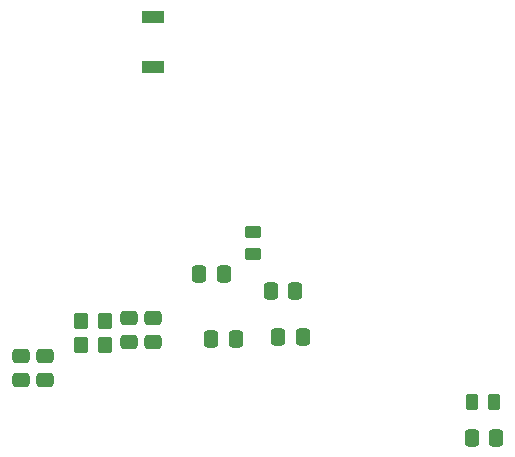
<source format=gbr>
%TF.GenerationSoftware,KiCad,Pcbnew,8.0.5*%
%TF.CreationDate,2024-10-17T13:37:37-04:00*%
%TF.ProjectId,PCB,5043422e-6b69-4636-9164-5f7063625858,rev?*%
%TF.SameCoordinates,Original*%
%TF.FileFunction,Paste,Bot*%
%TF.FilePolarity,Positive*%
%FSLAX46Y46*%
G04 Gerber Fmt 4.6, Leading zero omitted, Abs format (unit mm)*
G04 Created by KiCad (PCBNEW 8.0.5) date 2024-10-17 13:37:37*
%MOMM*%
%LPD*%
G01*
G04 APERTURE LIST*
G04 Aperture macros list*
%AMRoundRect*
0 Rectangle with rounded corners*
0 $1 Rounding radius*
0 $2 $3 $4 $5 $6 $7 $8 $9 X,Y pos of 4 corners*
0 Add a 4 corners polygon primitive as box body*
4,1,4,$2,$3,$4,$5,$6,$7,$8,$9,$2,$3,0*
0 Add four circle primitives for the rounded corners*
1,1,$1+$1,$2,$3*
1,1,$1+$1,$4,$5*
1,1,$1+$1,$6,$7*
1,1,$1+$1,$8,$9*
0 Add four rect primitives between the rounded corners*
20,1,$1+$1,$2,$3,$4,$5,0*
20,1,$1+$1,$4,$5,$6,$7,0*
20,1,$1+$1,$6,$7,$8,$9,0*
20,1,$1+$1,$8,$9,$2,$3,0*%
G04 Aperture macros list end*
%ADD10RoundRect,0.250000X0.475000X-0.337500X0.475000X0.337500X-0.475000X0.337500X-0.475000X-0.337500X0*%
%ADD11RoundRect,0.250000X0.450000X-0.262500X0.450000X0.262500X-0.450000X0.262500X-0.450000X-0.262500X0*%
%ADD12RoundRect,0.250000X0.337500X0.475000X-0.337500X0.475000X-0.337500X-0.475000X0.337500X-0.475000X0*%
%ADD13RoundRect,0.250000X-0.337500X-0.475000X0.337500X-0.475000X0.337500X0.475000X-0.337500X0.475000X0*%
%ADD14RoundRect,0.250000X-0.262500X-0.450000X0.262500X-0.450000X0.262500X0.450000X-0.262500X0.450000X0*%
%ADD15R,1.854200X1.066800*%
%ADD16RoundRect,0.250000X-0.350000X-0.450000X0.350000X-0.450000X0.350000X0.450000X-0.350000X0.450000X0*%
G04 APERTURE END LIST*
D10*
%TO.C,C12*%
X183300000Y-125615000D03*
X183300000Y-123540000D03*
%TD*%
%TO.C,C16*%
X194455229Y-122420091D03*
X194455229Y-120345091D03*
%TD*%
%TO.C,C17*%
X192430000Y-122415504D03*
X192430000Y-120340504D03*
%TD*%
D11*
%TO.C,R10*%
X202930000Y-114935000D03*
X202930000Y-113110000D03*
%TD*%
D12*
%TO.C,C13*%
X207185535Y-122006028D03*
X205110535Y-122006028D03*
%TD*%
D13*
%TO.C,C10*%
X198392500Y-116610000D03*
X200467500Y-116610000D03*
%TD*%
D14*
%TO.C,R11*%
X221540000Y-127480000D03*
X223365000Y-127480000D03*
%TD*%
D13*
%TO.C,C20*%
X221465000Y-130480000D03*
X223540000Y-130480000D03*
%TD*%
D10*
%TO.C,C11*%
X185386554Y-125636352D03*
X185386554Y-123561352D03*
%TD*%
D12*
%TO.C,C15*%
X206545000Y-118110000D03*
X204470000Y-118110000D03*
%TD*%
D15*
%TO.C,D1*%
X194500000Y-99120900D03*
X194500000Y-94879100D03*
%TD*%
D12*
%TO.C,C14*%
X201505000Y-122110000D03*
X199430000Y-122110000D03*
%TD*%
D16*
%TO.C,R5*%
X188430000Y-120610000D03*
X190430000Y-120610000D03*
%TD*%
%TO.C,R4*%
X188430000Y-122610000D03*
X190430000Y-122610000D03*
%TD*%
M02*

</source>
